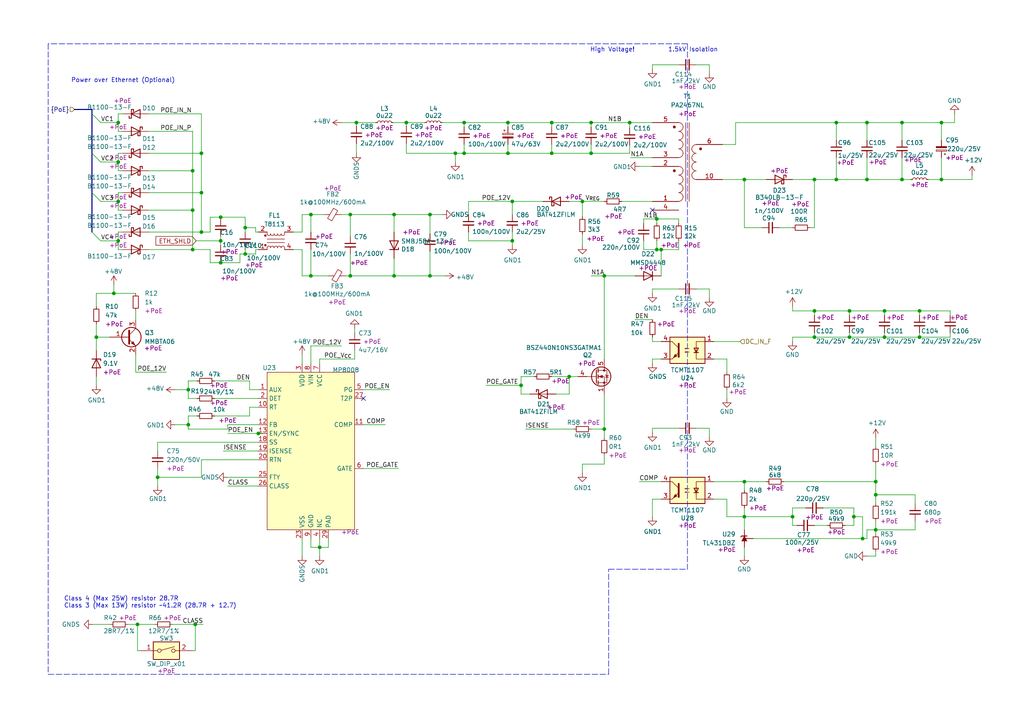
<source format=kicad_sch>
(kicad_sch (version 20211123) (generator eeschema)
  (paper "A4")
  (title_block (title "Power over Ethernet") (date "2022-04-27") (rev "1.2b") (company "Nabu Casa") (comment 1 "www.nabucasa.com") (comment 2 "Yellow"))
  (junction (at 124.714 80.01))
  (junction (at 90.17 80.01))
  (junction (at 117.856 35.56))
  (junction (at 215.9 149.86) (diameter 0.9144))
  (junction (at 254 143.51) (diameter 0.9144))
  (junction (at 39.878 181.102))
  (junction (at 215.9 52.07))
  (junction (at 103.378 35.56))
  (junction (at 64.008 69.85))
  (junction (at 101.6 62.23) (diameter 0.9144))
  (junction (at 256.54 97.79) (diameter 0.9144))
  (junction (at 134.62 44.45) (diameter 0.9144))
  (junction (at 101.6 80.01) (diameter 0.9144))
  (junction (at 147.32 35.56) (diameter 0.9144))
  (junction (at 242.57 52.07))
  (junction (at 124.714 62.23))
  (junction (at 190.5 63.5))
  (junction (at 160.02 44.45) (diameter 0.9144))
  (junction (at 242.57 35.56) (diameter 0.9144))
  (junction (at 34.29 69.85) (diameter 0.9144))
  (junction (at 182.626 35.56))
  (junction (at 246.38 97.79) (diameter 0.9144))
  (junction (at 236.22 52.07))
  (junction (at 175.26 80.01) (diameter 0.9144))
  (junction (at 191.77 72.39))
  (junction (at 45.72 138.43) (diameter 0.9144))
  (junction (at 250.19 156.21))
  (junction (at 34.29 58.42) (diameter 0.9144))
  (junction (at 134.62 35.56))
  (junction (at 168.91 58.42) (diameter 0.9144))
  (junction (at 175.26 124.46) (diameter 0.9144))
  (junction (at 165.1 109.22) (diameter 0.9144))
  (junction (at 55.88 60.96) (diameter 0.9144))
  (junction (at 34.29 35.56) (diameter 0.9144))
  (junction (at 58.42 55.88) (diameter 0.9144))
  (junction (at 58.42 67.31) (diameter 0.9144))
  (junction (at 55.88 49.53) (diameter 0.9144))
  (junction (at 148.59 58.42) (diameter 0.9144))
  (junction (at 246.38 90.17) (diameter 0.9144))
  (junction (at 273.05 52.07))
  (junction (at 54.61 123.19) (diameter 0.9144))
  (junction (at 58.42 44.45) (diameter 0.9144))
  (junction (at 171.45 44.45))
  (junction (at 171.45 35.56) (diameter 0.9144))
  (junction (at 114.3 62.23) (diameter 0.9144))
  (junction (at 64.008 76.2))
  (junction (at 190.5 72.39) (diameter 0.9144))
  (junction (at 266.7 97.79) (diameter 0.9144))
  (junction (at 215.9 139.7) (diameter 0.9144))
  (junction (at 261.62 52.07))
  (junction (at 114.3 80.01) (diameter 0.9144))
  (junction (at 54.61 113.03) (diameter 0.9144))
  (junction (at 160.02 35.56) (diameter 0.9144))
  (junction (at 254 139.7) (diameter 0.9144))
  (junction (at 148.59 69.85) (diameter 0.9144))
  (junction (at 256.54 90.17) (diameter 0.9144))
  (junction (at 55.88 72.39) (diameter 0.9144))
  (junction (at 64.008 62.992))
  (junction (at 254 153.67) (diameter 0.9144))
  (junction (at 56.642 181.102))
  (junction (at 132.08 44.45))
  (junction (at 90.17 62.23))
  (junction (at 71.12 73.66))
  (junction (at 236.22 97.79) (diameter 0.9144))
  (junction (at 147.32 44.45) (diameter 0.9144))
  (junction (at 229.87 149.86) (diameter 0.9144))
  (junction (at 251.46 35.56) (diameter 0.9144))
  (junction (at 33.02 85.09) (diameter 0.9144))
  (junction (at 273.05 35.56) (diameter 0.9144))
  (junction (at 92.71 158.75) (diameter 0.9144))
  (junction (at 34.29 46.99) (diameter 0.9144))
  (junction (at 236.22 90.17) (diameter 0.9144))
  (junction (at 27.94 97.79) (diameter 0.9144))
  (junction (at 151.13 111.76) (diameter 0.9144))
  (junction (at 71.12 66.04))
  (junction (at 251.46 52.07))
  (junction (at 266.7 90.17) (diameter 0.9144))
  (junction (at 261.62 35.56) (diameter 0.9144))
  (junction (at 74.93 125.73))
  (junction (at 247.65 149.86))
  (no_connect (at 189.23 60.96))
  (no_connect (at 105.41 115.57))
  (bus_entry (at 26.67 33.02) (size 2.54 2.54) (stroke (width 0.1524)))
  (bus_entry (at 26.67 67.31) (size 2.54 2.54) (stroke (width 0.1524)))
  (bus_entry (at 26.67 44.45) (size 2.54 2.54) (stroke (width 0.1524)))
  (bus_entry (at 26.67 55.88) (size 2.54 2.54) (stroke (width 0.1524)))
  (wire (pts (xy 246.38 90.17) (xy 246.38 91.44)))
  (wire (pts (xy 229.87 149.86) (xy 229.87 152.4)))
  (polyline (pts (xy 13.97 12.7) (xy 13.97 195.58)) (stroke (width 0) (type dash)))
  (wire (pts (xy 58.928 181.102) (xy 56.642 181.102)))
  (wire (pts (xy 132.08 44.45) (xy 132.08 46.99)))
  (wire (pts (xy 215.9 139.7) (xy 215.9 142.24)))
  (wire (pts (xy 56.642 188.722) (xy 56.642 181.102)))
  (wire (pts (xy 242.57 35.56) (xy 242.57 40.64)))
  (wire (pts (xy 74.168 73.66) (xy 71.12 73.66)))
  (wire (pts (xy 161.29 114.3) (xy 165.1 114.3)))
  (wire (pts (xy 186.69 72.39) (xy 190.5 72.39)))
  (wire (pts (xy 190.5 72.39) (xy 190.5 69.85)))
  (wire (pts (xy 74.168 67.31) (xy 74.168 66.04)))
  (wire (pts (xy 74.93 67.31) (xy 74.168 67.31)))
  (wire (pts (xy 60.96 62.992) (xy 60.96 67.31)))
  (wire (pts (xy 205.74 86.36) (xy 205.74 83.82)))
  (wire (pts (xy 189.23 124.206) (xy 189.23 125.476)))
  (wire (pts (xy 196.85 124.206) (xy 189.23 124.206)))
  (wire (pts (xy 134.62 44.45) (xy 132.08 44.45)))
  (wire (pts (xy 242.57 52.07) (xy 251.46 52.07)))
  (wire (pts (xy 58.42 133.35) (xy 58.42 138.43)))
  (wire (pts (xy 58.42 138.43) (xy 45.72 138.43)))
  (wire (pts (xy 74.93 133.35) (xy 58.42 133.35)))
  (wire (pts (xy 182.626 44.45) (xy 182.626 42.164)))
  (wire (pts (xy 93.98 62.23) (xy 90.17 62.23)))
  (wire (pts (xy 196.85 63.5) (xy 196.85 64.77)))
  (wire (pts (xy 182.626 35.56) (xy 182.626 37.084)))
  (wire (pts (xy 87.63 102.87) (xy 87.63 105.41)))
  (wire (pts (xy 254 127) (xy 254 129.54)))
  (wire (pts (xy 103.378 44.45) (xy 103.378 41.656)))
  (wire (pts (xy 43.18 67.31) (xy 58.42 67.31)))
  (bus (pts (xy 26.67 31.75) (xy 26.67 33.02)))
  (bus (pts (xy 26.67 33.02) (xy 26.67 44.45)))
  (bus (pts (xy 26.67 44.45) (xy 26.67 55.88)))
  (bus (pts (xy 26.67 55.88) (xy 26.67 67.31)))
  (wire (pts (xy 151.13 114.3) (xy 151.13 111.76)))
  (wire (pts (xy 58.42 44.45) (xy 58.42 55.88)))
  (wire (pts (xy 92.71 158.75) (xy 92.71 161.29)))
  (wire (pts (xy 29.21 35.56) (xy 34.29 35.56)))
  (wire (pts (xy 72.39 113.03) (xy 72.39 110.49)))
  (wire (pts (xy 74.93 113.03) (xy 72.39 113.03)))
  (wire (pts (xy 124.714 62.23) (xy 128.27 62.23)))
  (wire (pts (xy 229.87 97.79) (xy 236.22 97.79)))
  (wire (pts (xy 132.08 44.45) (xy 117.856 44.45)))
  (wire (pts (xy 54.61 124.46) (xy 66.04 124.46)))
  (wire (pts (xy 54.61 115.57) (xy 57.15 115.57)))
  (wire (pts (xy 114.3 74.93) (xy 114.3 80.01)))
  (wire (pts (xy 148.59 58.42) (xy 157.48 58.42)))
  (wire (pts (xy 196.85 83.82) (xy 189.23 83.82)))
  (wire (pts (xy 58.42 55.88) (xy 58.42 67.31)))
  (wire (pts (xy 171.45 44.45) (xy 182.626 44.45)))
  (wire (pts (xy 256.54 96.52) (xy 256.54 97.79)))
  (wire (pts (xy 148.59 58.42) (xy 148.59 62.23)))
  (wire (pts (xy 189.23 83.82) (xy 189.23 85.09)))
  (wire (pts (xy 87.63 62.23) (xy 87.63 67.31)))
  (wire (pts (xy 90.17 100.33) (xy 99.06 100.33)))
  (wire (pts (xy 165.1 109.22) (xy 160.02 109.22)))
  (wire (pts (xy 135.89 58.42) (xy 135.89 62.23)))
  (wire (pts (xy 117.856 35.56) (xy 117.856 36.576)))
  (wire (pts (xy 95.25 80.01) (xy 90.17 80.01)))
  (wire (pts (xy 229.87 97.79) (xy 229.87 99.06)))
  (wire (pts (xy 152.4 124.46) (xy 166.37 124.46)))
  (wire (pts (xy 215.9 66.04) (xy 215.9 52.07)))
  (wire (pts (xy 266.7 96.52) (xy 266.7 97.79)))
  (wire (pts (xy 58.42 33.02) (xy 58.42 44.45)))
  (wire (pts (xy 190.5 63.5) (xy 196.85 63.5)))
  (wire (pts (xy 275.59 96.52) (xy 275.59 97.79)))
  (wire (pts (xy 254 160.02) (xy 254 161.29)))
  (wire (pts (xy 254 161.29) (xy 251.46 161.29)))
  (wire (pts (xy 236.22 90.17) (xy 246.38 90.17)))
  (wire (pts (xy 215.9 149.86) (xy 229.87 149.86)))
  (wire (pts (xy 191.77 72.39) (xy 190.5 72.39)))
  (wire (pts (xy 191.77 80.01) (xy 191.77 72.39)))
  (wire (pts (xy 74.93 128.27) (xy 45.72 128.27)))
  (wire (pts (xy 45.72 128.27) (xy 45.72 130.81)))
  (wire (pts (xy 189.23 104.14) (xy 189.23 105.41)))
  (wire (pts (xy 205.74 18.796) (xy 201.93 18.796)))
  (wire (pts (xy 66.04 138.43) (xy 74.93 138.43)))
  (wire (pts (xy 71.12 73.66) (xy 71.12 72.39)))
  (wire (pts (xy 66.04 140.97) (xy 74.93 140.97)))
  (polyline (pts (xy 13.97 195.58) (xy 176.53 195.58)) (stroke (width 0) (type dash)))
  (wire (pts (xy 34.29 44.45) (xy 34.29 46.99)))
  (wire (pts (xy 245.11 152.4) (xy 247.65 152.4)))
  (wire (pts (xy 238.76 147.32) (xy 247.65 147.32)))
  (wire (pts (xy 247.65 149.86) (xy 247.65 147.32)))
  (wire (pts (xy 247.65 152.4) (xy 247.65 149.86)))
  (wire (pts (xy 168.91 58.42) (xy 175.26 58.42)))
  (wire (pts (xy 165.1 58.42) (xy 168.91 58.42)))
  (wire (pts (xy 236.22 90.17) (xy 236.22 91.44)))
  (wire (pts (xy 254 139.7) (xy 254 143.51)))
  (wire (pts (xy 254 134.62) (xy 254 139.7)))
  (wire (pts (xy 254 143.51) (xy 254 146.05)))
  (wire (pts (xy 191.77 104.14) (xy 189.23 104.14)))
  (wire (pts (xy 64.008 68.58) (xy 64.008 69.85)))
  (wire (pts (xy 101.6 62.23) (xy 101.6 68.58)))
  (wire (pts (xy 124.714 62.23) (xy 124.714 67.818)))
  (wire (pts (xy 276.86 35.56) (xy 276.86 33.02)))
  (wire (pts (xy 215.9 158.75) (xy 215.9 161.29)))
  (wire (pts (xy 87.63 62.23) (xy 90.17 62.23)))
  (wire (pts (xy 261.62 45.72) (xy 261.62 52.07)))
  (wire (pts (xy 210.82 113.03) (xy 210.82 115.57)))
  (wire (pts (xy 37.084 181.102) (xy 39.878 181.102)))
  (wire (pts (xy 72.39 120.65) (xy 72.39 118.11)))
  (wire (pts (xy 62.23 120.65) (xy 72.39 120.65)))
  (wire (pts (xy 269.24 52.07) (xy 273.05 52.07)))
  (wire (pts (xy 205.74 21.336) (xy 205.74 18.796)))
  (wire (pts (xy 39.878 181.102) (xy 39.878 188.722)))
  (wire (pts (xy 246.38 90.17) (xy 256.54 90.17)))
  (wire (pts (xy 227.33 139.7) (xy 254 139.7)))
  (wire (pts (xy 114.3 62.23) (xy 124.714 62.23)))
  (wire (pts (xy 55.88 72.39) (xy 60.96 72.39)))
  (wire (pts (xy 50.8 123.19) (xy 54.61 123.19)))
  (wire (pts (xy 185.42 48.26) (xy 189.23 48.26)))
  (wire (pts (xy 266.7 97.79) (xy 275.59 97.79)))
  (wire (pts (xy 56.896 69.85) (xy 64.008 69.85)))
  (polyline (pts (xy 176.53 195.58) (xy 176.53 165.1)) (stroke (width 0) (type dash)))
  (wire (pts (xy 254 153.67) (xy 254 154.94)))
  (wire (pts (xy 254 151.13) (xy 254 153.67)))
  (wire (pts (xy 151.13 111.76) (xy 151.13 109.22)))
  (wire (pts (xy 55.88 60.96) (xy 55.88 72.39)))
  (wire (pts (xy 34.29 60.96) (xy 34.29 58.42)))
  (wire (pts (xy 90.17 72.39) (xy 90.17 80.01)))
  (wire (pts (xy 236.22 52.07) (xy 242.57 52.07)))
  (wire (pts (xy 35.56 38.1) (xy 34.29 38.1)))
  (wire (pts (xy 205.74 124.206) (xy 201.93 124.206)))
  (wire (pts (xy 205.74 126.746) (xy 205.74 124.206)))
  (wire (pts (xy 43.18 49.53) (xy 55.88 49.53)))
  (wire (pts (xy 134.62 41.91) (xy 134.62 44.45)))
  (wire (pts (xy 114.046 35.56) (xy 117.856 35.56)))
  (wire (pts (xy 251.46 52.07) (xy 261.62 52.07)))
  (wire (pts (xy 60.96 62.992) (xy 64.008 62.992)))
  (wire (pts (xy 151.13 109.22) (xy 154.94 109.22)))
  (wire (pts (xy 95.25 158.75) (xy 92.71 158.75)))
  (wire (pts (xy 95.25 156.21) (xy 95.25 158.75)))
  (wire (pts (xy 189.23 144.78) (xy 189.23 149.86)))
  (wire (pts (xy 191.77 144.78) (xy 189.23 144.78)))
  (wire (pts (xy 242.57 35.56) (xy 251.46 35.56)))
  (wire (pts (xy 251.46 35.56) (xy 261.62 35.56)))
  (wire (pts (xy 261.62 35.56) (xy 273.05 35.56)))
  (wire (pts (xy 55.88 49.53) (xy 55.88 60.96)))
  (wire (pts (xy 175.26 132.08) (xy 175.26 134.62)))
  (wire (pts (xy 64.008 62.992) (xy 64.008 63.5)))
  (wire (pts (xy 128.27 35.56) (xy 134.62 35.56)))
  (wire (pts (xy 39.37 102.87) (xy 39.37 107.95)))
  (wire (pts (xy 275.59 90.17) (xy 275.59 91.44)))
  (wire (pts (xy 105.41 113.03) (xy 113.03 113.03)))
  (wire (pts (xy 134.62 35.56) (xy 147.32 35.56)))
  (wire (pts (xy 34.29 72.39) (xy 34.29 69.85)))
  (wire (pts (xy 207.01 99.06) (xy 214.63 99.06)))
  (wire (pts (xy 29.21 69.85) (xy 34.29 69.85)))
  (wire (pts (xy 153.67 114.3) (xy 151.13 114.3)))
  (wire (pts (xy 33.02 82.55) (xy 33.02 85.09)))
  (wire (pts (xy 27.94 97.79) (xy 27.94 101.6)))
  (wire (pts (xy 31.75 97.79) (xy 27.94 97.79)))
  (wire (pts (xy 134.62 35.56) (xy 134.62 36.83)))
  (wire (pts (xy 34.29 67.31) (xy 34.29 69.85)))
  (wire (pts (xy 147.32 35.56) (xy 147.32 36.83)))
  (wire (pts (xy 196.85 18.796) (xy 189.23 18.796)))
  (wire (pts (xy 182.88 45.72) (xy 189.23 45.72)))
  (wire (pts (xy 209.55 41.91) (xy 213.36 41.91)))
  (wire (pts (xy 213.36 41.91) (xy 213.36 35.56)))
  (wire (pts (xy 196.85 69.85) (xy 196.85 72.39)))
  (wire (pts (xy 182.626 35.56) (xy 189.23 35.56)))
  (wire (pts (xy 40.64 188.722) (xy 39.878 188.722)))
  (wire (pts (xy 43.18 55.88) (xy 58.42 55.88)))
  (polyline (pts (xy 199.39 12.7) (xy 199.39 165.1)) (stroke (width 0) (type dash)))
  (wire (pts (xy 250.19 156.21) (xy 251.46 156.21)))
  (wire (pts (xy 218.44 156.21) (xy 250.19 156.21)))
  (wire (pts (xy 99.06 35.56) (xy 103.378 35.56)))
  (wire (pts (xy 160.02 41.91) (xy 160.02 44.45)))
  (wire (pts (xy 229.87 90.17) (xy 229.87 88.9)))
  (wire (pts (xy 101.6 62.23) (xy 114.3 62.23)))
  (wire (pts (xy 58.42 67.31) (xy 60.96 67.31)))
  (polyline (pts (xy 176.53 165.1) (xy 199.39 165.1)) (stroke (width 0) (type dash)))
  (wire (pts (xy 90.17 105.41) (xy 90.17 100.33)))
  (wire (pts (xy 29.21 46.99) (xy 34.29 46.99)))
  (wire (pts (xy 148.59 67.31) (xy 148.59 69.85)))
  (wire (pts (xy 175.26 114.3) (xy 175.26 124.46)))
  (wire (pts (xy 69.596 76.2) (xy 69.596 73.66)))
  (wire (pts (xy 62.23 110.49) (xy 72.39 110.49)))
  (wire (pts (xy 72.39 118.11) (xy 74.93 118.11)))
  (wire (pts (xy 105.41 123.19) (xy 111.76 123.19)))
  (wire (pts (xy 103.378 35.56) (xy 108.966 35.56)))
  (polyline (pts (xy 199.39 12.7) (xy 13.97 12.7)) (stroke (width 0) (type dash)))
  (wire (pts (xy 215.9 149.86) (xy 215.9 153.67)))
  (wire (pts (xy 226.06 66.04) (xy 229.87 66.04)))
  (wire (pts (xy 186.69 69.85) (xy 186.69 72.39)))
  (wire (pts (xy 35.56 55.88) (xy 34.29 55.88)))
  (wire (pts (xy 265.43 153.67) (xy 265.43 151.13)))
  (wire (pts (xy 250.19 149.86) (xy 250.19 156.21)))
  (wire (pts (xy 247.65 149.86) (xy 250.19 149.86)))
  (wire (pts (xy 43.18 33.02) (xy 58.42 33.02)))
  (wire (pts (xy 35.56 33.02) (xy 34.29 33.02)))
  (wire (pts (xy 165.1 114.3) (xy 165.1 109.22)))
  (wire (pts (xy 229.87 52.07) (xy 236.22 52.07)))
  (wire (pts (xy 140.97 111.76) (xy 151.13 111.76)))
  (wire (pts (xy 34.29 49.53) (xy 34.29 46.99)))
  (wire (pts (xy 171.45 35.56) (xy 171.45 36.83)))
  (wire (pts (xy 62.23 115.57) (xy 74.93 115.57)))
  (wire (pts (xy 266.7 90.17) (xy 275.59 90.17)))
  (wire (pts (xy 207.01 104.14) (xy 210.82 104.14)))
  (wire (pts (xy 168.91 134.62) (xy 168.91 137.16)))
  (wire (pts (xy 43.18 44.45) (xy 58.42 44.45)))
  (wire (pts (xy 102.87 104.14) (xy 102.87 101.6)))
  (wire (pts (xy 215.9 147.32) (xy 215.9 149.86)))
  (wire (pts (xy 87.63 80.01) (xy 90.17 80.01)))
  (wire (pts (xy 87.63 156.21) (xy 87.63 161.29)))
  (wire (pts (xy 236.22 96.52) (xy 236.22 97.79)))
  (wire (pts (xy 27.94 109.22) (xy 27.94 111.76)))
  (wire (pts (xy 34.29 55.88) (xy 34.29 58.42)))
  (wire (pts (xy 147.32 35.56) (xy 160.02 35.56)))
  (wire (pts (xy 55.88 188.722) (xy 56.642 188.722)))
  (wire (pts (xy 35.56 49.53) (xy 34.29 49.53)))
  (wire (pts (xy 54.61 120.65) (xy 54.61 123.19)))
  (wire (pts (xy 57.15 120.65) (xy 54.61 120.65)))
  (wire (pts (xy 54.61 123.19) (xy 54.61 124.46)))
  (wire (pts (xy 236.22 66.04) (xy 236.22 52.07)))
  (wire (pts (xy 265.43 143.51) (xy 265.43 146.05)))
  (wire (pts (xy 254 143.51) (xy 265.43 143.51)))
  (wire (pts (xy 124.714 72.898) (xy 124.714 80.01)))
  (wire (pts (xy 220.98 66.04) (xy 215.9 66.04)))
  (wire (pts (xy 85.09 67.31) (xy 87.63 67.31)))
  (wire (pts (xy 171.45 35.56) (xy 182.626 35.56)))
  (wire (pts (xy 43.18 72.39) (xy 55.88 72.39)))
  (wire (pts (xy 87.63 72.39) (xy 87.63 80.01)))
  (wire (pts (xy 135.89 67.31) (xy 135.89 69.85)))
  (wire (pts (xy 134.62 44.45) (xy 147.32 44.45)))
  (wire (pts (xy 39.37 90.17) (xy 39.37 92.71)))
  (wire (pts (xy 105.41 135.89) (xy 115.57 135.89)))
  (wire (pts (xy 124.714 80.01) (xy 129.032 80.01)))
  (wire (pts (xy 101.6 73.66) (xy 101.6 80.01)))
  (wire (pts (xy 74.168 66.04) (xy 71.12 66.04)))
  (wire (pts (xy 101.6 80.01) (xy 114.3 80.01)))
  (wire (pts (xy 114.3 80.01) (xy 124.714 80.01)))
  (wire (pts (xy 100.33 80.01) (xy 101.6 80.01)))
  (wire (pts (xy 205.74 83.82) (xy 201.93 83.82)))
  (wire (pts (xy 66.04 123.19) (xy 74.93 123.19)))
  (wire (pts (xy 66.04 124.46) (xy 66.04 123.19)))
  (wire (pts (xy 71.12 66.04) (xy 71.12 67.31)))
  (wire (pts (xy 29.21 58.42) (xy 34.29 58.42)))
  (wire (pts (xy 207.01 139.7) (xy 215.9 139.7)))
  (wire (pts (xy 215.9 139.7) (xy 222.25 139.7)))
  (wire (pts (xy 168.91 134.62) (xy 175.26 134.62)))
  (wire (pts (xy 43.18 60.96) (xy 55.88 60.96)))
  (wire (pts (xy 117.856 41.656) (xy 117.856 44.45)))
  (wire (pts (xy 34.29 33.02) (xy 34.29 35.56)))
  (wire (pts (xy 251.46 45.72) (xy 251.46 52.07)))
  (wire (pts (xy 168.91 58.42) (xy 168.91 62.865)))
  (wire (pts (xy 175.26 80.01) (xy 175.26 104.14)))
  (wire (pts (xy 26.924 181.102) (xy 32.004 181.102)))
  (wire (pts (xy 56.642 181.102) (xy 50.038 181.102)))
  (wire (pts (xy 35.56 72.39) (xy 34.29 72.39)))
  (wire (pts (xy 273.05 52.07) (xy 281.94 52.07)))
  (wire (pts (xy 273.05 45.72) (xy 273.05 52.07)))
  (wire (pts (xy 60.96 72.39) (xy 60.96 76.2)))
  (wire (pts (xy 74.168 73.66) (xy 74.168 72.39)))
  (wire (pts (xy 74.168 72.39) (xy 74.93 72.39)))
  (wire (pts (xy 54.61 110.49) (xy 57.15 110.49)))
  (wire (pts (xy 76.2 125.73) (xy 74.93 125.73)))
  (wire (pts (xy 45.72 135.89) (xy 45.72 138.43)))
  (wire (pts (xy 234.95 66.04) (xy 236.22 66.04)))
  (wire (pts (xy 210.82 144.78) (xy 210.82 149.86)))
  (wire (pts (xy 210.82 149.86) (xy 215.9 149.86)))
  (wire (pts (xy 207.01 144.78) (xy 210.82 144.78)))
  (wire (pts (xy 27.94 85.09) (xy 27.94 88.9)))
  (wire (pts (xy 33.02 85.09) (xy 27.94 85.09)))
  (wire (pts (xy 39.37 85.09) (xy 33.02 85.09)))
  (wire (pts (xy 256.54 90.17) (xy 266.7 90.17)))
  (wire (pts (xy 117.856 35.56) (xy 123.19 35.56)))
  (wire (pts (xy 246.38 97.79) (xy 256.54 97.79)))
  (wire (pts (xy 185.42 139.7) (xy 191.77 139.7)))
  (wire (pts (xy 160.02 35.56) (xy 160.02 36.83)))
  (wire (pts (xy 213.36 35.56) (xy 242.57 35.56)))
  (wire (pts (xy 64.008 76.2) (xy 69.596 76.2)))
  (wire (pts (xy 175.26 124.46) (xy 175.26 127)))
  (wire (pts (xy 160.02 35.56) (xy 171.45 35.56)))
  (wire (pts (xy 160.02 44.45) (xy 171.45 44.45)))
  (wire (pts (xy 251.46 153.67) (xy 251.46 156.21)))
  (wire (pts (xy 254 153.67) (xy 251.46 153.67)))
  (wire (pts (xy 189.23 99.06) (xy 191.77 99.06)))
  (wire (pts (xy 189.23 97.79) (xy 189.23 99.06)))
  (wire (pts (xy 27.94 93.98) (xy 27.94 97.79)))
  (wire (pts (xy 281.94 52.07) (xy 281.94 50.8)))
  (wire (pts (xy 256.54 90.17) (xy 256.54 91.44)))
  (wire (pts (xy 273.05 35.56) (xy 273.05 40.64)))
  (wire (pts (xy 71.12 62.992) (xy 71.12 66.04)))
  (wire (pts (xy 229.87 152.4) (xy 231.14 152.4)))
  (wire (pts (xy 242.57 45.72) (xy 242.57 52.07)))
  (wire (pts (xy 246.38 96.52) (xy 246.38 97.79)))
  (wire (pts (xy 147.32 41.91) (xy 147.32 44.45)))
  (wire (pts (xy 229.87 147.32) (xy 229.87 149.86)))
  (wire (pts (xy 233.68 147.32) (xy 229.87 147.32)))
  (wire (pts (xy 34.29 38.1) (xy 34.29 35.56)))
  (wire (pts (xy 171.45 80.01) (xy 175.26 80.01)))
  (wire (pts (xy 175.26 80.01) (xy 184.15 80.01)))
  (wire (pts (xy 35.56 67.31) (xy 34.29 67.31)))
  (wire (pts (xy 236.22 97.79) (xy 246.38 97.79)))
  (wire (pts (xy 114.3 67.31) (xy 114.3 62.23)))
  (wire (pts (xy 135.89 58.42) (xy 148.59 58.42)))
  (wire (pts (xy 254 153.67) (xy 265.43 153.67)))
  (wire (pts (xy 90.17 156.21) (xy 90.17 158.75)))
  (wire (pts (xy 90.17 158.75) (xy 92.71 158.75)))
  (wire (pts (xy 92.71 158.75) (xy 92.71 156.21)))
  (wire (pts (xy 60.96 76.2) (xy 64.008 76.2)))
  (wire (pts (xy 236.22 152.4) (xy 240.03 152.4)))
  (wire (pts (xy 168.91 71.12) (xy 168.91 67.945)))
  (wire (pts (xy 171.45 41.91) (xy 171.45 44.45)))
  (wire (pts (xy 50.8 113.03) (xy 54.61 113.03)))
  (wire (pts (xy 64.008 69.85) (xy 64.008 71.12)))
  (wire (pts (xy 229.87 90.17) (xy 236.22 90.17)))
  (wire (pts (xy 55.88 38.1) (xy 55.88 49.53)))
  (wire (pts (xy 184.15 92.71) (xy 189.23 92.71)))
  (bus (pts (xy 21.59 31.75) (xy 26.67 31.75)))
  (wire (pts (xy 210.82 104.14) (xy 210.82 107.95)))
  (wire (pts (xy 209.55 52.07) (xy 215.9 52.07)))
  (wire (pts (xy 135.89 69.85) (xy 148.59 69.85)))
  (wire (pts (xy 103.378 35.56) (xy 103.378 36.576)))
  (wire (pts (xy 35.56 44.45) (xy 34.29 44.45)))
  (wire (pts (xy 266.7 90.17) (xy 266.7 91.44)))
  (wire (pts (xy 189.23 18.796) (xy 189.23 20.066)))
  (wire (pts (xy 39.37 107.95) (xy 48.26 107.95)))
  (wire (pts (xy 273.05 35.56) (xy 276.86 35.56)))
  (wire (pts (xy 92.71 104.14) (xy 102.87 104.14)))
  (wire (pts (xy 92.71 105.41) (xy 92.71 104.14)))
  (wire (pts (xy 99.06 62.23) (xy 101.6 62.23)))
  (wire (pts (xy 171.45 124.46) (xy 175.26 124.46)))
  (wire (pts (xy 54.61 113.03) (xy 54.61 115.57)))
  (wire (pts (xy 54.61 110.49) (xy 54.61 113.03)))
  (wire (pts (xy 256.54 97.79) (xy 266.7 97.79)))
  (wire (pts (xy 90.17 62.23) (xy 90.17 67.31)))
  (wire (pts (xy 35.56 60.96) (xy 34.29 60.96)))
  (wire (pts (xy 39.878 181.102) (xy 44.958 181.102)))
  (wire (pts (xy 165.1 109.22) (xy 167.64 109.22)))
  (wire (pts (xy 148.59 69.85) (xy 148.59 71.12)))
  (wire (pts (xy 64.008 62.992) (xy 71.12 62.992)))
  (wire (pts (xy 251.46 35.56) (xy 251.46 40.64)))
  (wire (pts (xy 261.62 35.56) (xy 261.62 40.64)))
  (wire (pts (xy 196.85 72.39) (xy 191.77 72.39)))
  (wire (pts (xy 147.32 44.45) (xy 160.02 44.45)))
  (wire (pts (xy 69.596 73.66) (xy 71.12 73.66)))
  (wire (pts (xy 45.72 140.97) (xy 45.72 138.43)))
  (wire (pts (xy 261.62 52.07) (xy 264.16 52.07)))
  (wire (pts (xy 85.09 72.39) (xy 87.63 72.39)))
  (wire (pts (xy 215.9 52.07) (xy 222.25 52.07)))
  (wire (pts (xy 64.77 130.81) (xy 74.93 130.81)))
  (wire (pts (xy 66.04 125.73) (xy 74.93 125.73)))
  (wire (pts (xy 43.18 38.1) (xy 55.88 38.1)))
  (wire (pts (xy 190.5 63.5) (xy 186.69 63.5)))
  (wire (pts (xy 190.5 64.77) (xy 190.5 63.5)))
  (wire (pts (xy 186.69 63.5) (xy 186.69 64.77)))
  (wire (pts (xy 102.87 95.25) (xy 102.87 96.52)))
  (wire (pts (xy 180.34 58.42) (xy 189.23 58.42)))
  (text "Class 4 (Max 25W) resistor 28.7R\nClass 3 (Max 13W) resistor ~41.2R (28.7R + 12.7)" (at 18.542 176.53 0) (effects (font (size 1.27 1.27)) (justify left bottom)))
  (text "Power over Ethernet (Optional)" (at 50.8 24.13 180) (effects (font (size 1.27 1.27)) (justify right bottom)))
  (text "High Voltage!" (at 184.15 15.24 180) (effects (font (size 1.27 1.27)) (justify right bottom)))
  (text "1.5kV Isolation" (at 208.28 15.24 180) (effects (font (size 1.27 1.27)) (justify right bottom)))
  (label "POE_IN_P" (at 46.482 38.1 0))
  (label "VC2" (at 33.02 46.99 180))
  (label "VC1" (at 33.02 35.56 180))
  (label "CLASS" (at 66.04 140.97 0))
  (label "POE_12V" (at 99.06 100.33 180))
  (label "POE_GATE" (at 115.57 135.89 180))
  (label "POE_EN" (at 66.04 125.73 0))
  (label "DEN" (at 184.15 92.71 0))
  (label "CLASS" (at 58.928 181.102 180))
  (label "N1B" (at 186.69 63.5 0))
  (label "COMP" (at 185.42 139.7 0))
  (label "COMP" (at 111.76 123.19 180))
  (label "POE_EN" (at 113.03 113.03 180))
  (label "V_{REG}" (at 173.99 58.42 180))
  (label "POE_12V" (at 48.26 107.95 180))
  (label "VC3" (at 33.02 58.42 180))
  (label "N1B" (at 180.34 35.56 180))
  (label "POE_IN_N" (at 46.482 33.02 0))
  (label "DEN" (at 68.58 110.49 0))
  (label "POE_12V" (at 139.7 58.42 0))
  (label "N1A" (at 171.45 80.01 0))
  (label "ISENSE" (at 152.4 124.46 0))
  (label "POE_V_{CC}" (at 93.98 104.14 0))
  (label "POE_GATE" (at 140.97 111.76 0))
  (label "ISENSE" (at 64.77 130.81 0))
  (label "N1A" (at 182.88 45.72 0))
  (label "VC4" (at 33.02 69.85 180))
  (global_label "ETH_SHLD" (shape input) (at 56.896 69.85 180) (property "Intersheet References" "${INTERSHEET_REFS}" (effects hide)))
  (hierarchical_label "{PoE}" (shape input) (at 21.59 31.75 180))
  (hierarchical_label "DC_IN_F" (shape input) (at 214.63 99.06 0))
  (symbol (lib_id "Device:D_Schottky") (at 39.37 67.31 0) (mirror x) (unit 1)
    (property "Reference" "D16" (at 43.18 65.6398 0))
    (property "Value" "B1100-13-F" (at 31.75 65.398 0))
    (property "Footprint" "Diode_SMD:D_SMA" (effects hide))
    (property "Config" "+PoE" (at 34.29 68.58 0))
    (property "Manufacturer" "Diodes Incorporated" (effects hide))
    (property "PartNumber" "B1100-13-F" (effects hide))
  )
  (symbol (lib_id "power:GND1") (at 27.94 111.76 0) (unit 1)
    (property "Reference" "#PWR062" (effects hide))
    (property "Value" "GND1" (at 28.0543 116.0844 0))
  )
  (symbol (lib_id "power:GNDS") (at 87.63 161.29 0) (unit 1)
    (property "Reference" "#PWR070" (effects hide))
    (property "Value" "GNDS" (at 87.63 166.37 90))
  )
  (symbol (lib_id "power:GND") (at 210.82 115.57 0) (unit 1)
    (property "Reference" "#PWR0183" (effects hide))
    (property "Value" "GND" (at 212.8393 119.3801 0) (effects (justify right)))
  )
  (symbol (lib_id "Device:R_Small") (at 232.41 66.04 90) (mirror x) (unit 1)
    (property "Reference" "R65" (at 234.3086 63.7287 90) (effects (justify left)))
    (property "Value" "100R" (at 234.321 61.316 90) (effects (justify left)))
    (property "Footprint" "Resistor_SMD:R_0805_2012Metric" (effects hide))
    (property "Config" "+PoE" (at 232.156 59.182 90))
  )
  (symbol (lib_id "power:GND1") (at 189.23 125.476 0) (unit 1)
    (property "Reference" "#PWR0179" (effects hide))
    (property "Value" "GND1" (at 189.3443 129.8004 0))
  )
  (symbol (lib_id "Device:R_Small") (at 59.69 110.49 90) (unit 1)
    (property "Reference" "R45" (at 57.15 108.585 90))
    (property "Value" "47k" (at 62.23 108.585 90))
    (property "Footprint" "Resistor_SMD:R_0402_1005Metric" (effects hide))
    (property "Config" "+PoE" (at 63.5 111.76 90))
  )
  (symbol (lib_id "Device:C_Small") (at 275.59 93.98 0) (unit 1)
    (property "Reference" "C106" (at 276.0092 96.0056 0) (effects (justify left)))
    (property "Value" "22u/25V" (at 276.009 98.939 0) (effects (justify left)))
    (property "Footprint" "Capacitor_SMD:C_0805_2012Metric" (effects hide))
    (property "Config" "+PoE" (at 278.13 92.075 0))
  )
  (symbol (lib_id "power:GND") (at 251.46 161.29 270) (unit 1)
    (property "Reference" "#PWR0159" (effects hide))
    (property "Value" "GND" (at 248.92 161.29 90) (effects (justify right)))
  )
  (symbol (lib_id "Device:D_Zener") (at 114.3 71.12 270) (mirror x) (unit 1)
    (property "Reference" "D18" (at 116.3321 72.2694 90) (effects (justify left)))
    (property "Value" "SMBJ58A-13-F" (at 116.332 69.971 90) (effects (justify left)))
    (property "Footprint" "Diode_SMD:D_SMB" (effects hide))
    (property "Datasheet" "https://www.diodes.com/assets/Datasheets/ds19002.pdf" (effects hide))
    (property "Config" "+PoE" (at 119.38 67.31 90))
    (property "Manufacturer" "Diodes Incorporated" (effects hide))
    (property "PartNumber" "SMBJ58A-13-F" (effects hide))
  )
  (symbol (lib_id "Device:R_Small") (at 242.57 152.4 270) (unit 1)
    (property "Reference" "R50" (at 242.57 148.59 90))
    (property "Value" "49k9" (at 242.57 150.495 90))
    (property "Footprint" "Resistor_SMD:R_0402_1005Metric" (effects hide))
    (property "Config" "+PoE" (at 242.57 154.305 90))
  )
  (symbol (lib_id "Device:C_Small") (at 160.02 39.37 0) (unit 1)
    (property "Reference" "C87" (at 161.0742 36.9506 0) (effects (justify left)))
    (property "Value" "2u2/100V" (at 161.074 41.789 0) (effects (justify left)))
    (property "Footprint" "Capacitor_SMD:C_1206_3216Metric" (effects hide))
    (property "Config" "+PoE" (at 165.1 39.37 0))
  )
  (symbol (lib_id "Device:R_Small") (at 175.26 129.54 0) (unit 1)
    (property "Reference" "R60" (at 176.53 126.9999 0) (effects (justify left)))
    (property "Value" "0R1" (at 176.53 129.5399 0) (effects (justify left)))
    (property "Footprint" "Resistor_SMD:R_1206_3216Metric" (effects hide))
    (property "Config" "+PoE" (at 176.53 132.0799 0) (effects (justify left)))
    (property "Characteristics" "0.1 Watt" (effects hide))
  )
  (symbol (lib_id "Device:C_Small") (at 199.39 18.796 90) (unit 1)
    (property "Reference" "C114" (at 200.7806 21.5518 90) (effects (justify left)))
    (property "Value" "1nF/2kV" (at 203.079 23.457 90) (effects (justify left)))
    (property "Footprint" "Capacitor_SMD:C_1812_4532Metric" (effects hide))
    (property "Config" "+PoE" (at 199.39 25.146 90))
  )
  (symbol (lib_id "power:GNDS") (at 189.23 105.41 0) (unit 1)
    (property "Reference" "#PWR077" (effects hide))
    (property "Value" "GNDS" (at 190.754 109.22 0))
  )
  (symbol (lib_id "power:GNDS") (at 103.378 44.45 0) (unit 1)
    (property "Reference" "#PWR0212" (effects hide))
    (property "Value" "GNDS" (at 103.378 49.53 90))
  )
  (symbol (lib_id "Device:C_Small") (at 242.57 43.18 0) (unit 1)
    (property "Reference" "C96" (at 242.9892 41.3956 0) (effects (justify left)))
    (property "Value" "1u/25V" (at 242.989 45.091 0) (effects (justify left)))
    (property "Footprint" "Capacitor_SMD:C_0402_1005Metric" (effects hide))
    (property "Config" "+PoE" (at 245.237 47.117 0))
  )
  (symbol (lib_id "Device:R_Small") (at 254 157.48 180) (unit 1)
    (property "Reference" "R53" (at 255.27 154.9399 0) (effects (justify right)))
    (property "Value" "49k9" (at 255.27 157.4799 0) (effects (justify right)))
    (property "Footprint" "Resistor_SMD:R_0402_1005Metric" (effects hide))
    (property "Config" "+PoE" (at 255.27 160.0199 0) (effects (justify right)))
  )
  (symbol (lib_id "power:GND1") (at 168.91 71.12 0) (unit 1)
    (property "Reference" "#PWR0177" (effects hide))
    (property "Value" "GND1" (at 169.0243 75.4444 0))
  )
  (symbol (lib_id "Device:C_Small") (at 45.72 133.35 180) (unit 1)
    (property "Reference" "C75" (at 48.26 130.8099 0) (effects (justify right)))
    (property "Value" "220n/50V" (at 48.26 133.3499 0) (effects (justify right)))
    (property "Footprint" "Capacitor_SMD:C_0805_2012Metric" (effects hide))
    (property "Config" "+PoE" (at 48.26 135.8899 0) (effects (justify right)))
  )
  (symbol (lib_id "power:GND1") (at 92.71 161.29 0) (unit 1)
    (property "Reference" "#PWR0166" (effects hide))
    (property "Value" "GND1" (at 92.8243 165.6144 0))
  )
  (symbol (lib_id "Device:C_Small") (at 103.378 39.116 0) (unit 1)
    (property "Reference" "C88" (at 104.4322 36.6966 0) (effects (justify left)))
    (property "Value" "2u2/100V" (at 104.432 41.535 0) (effects (justify left)))
    (property "Footprint" "Capacitor_SMD:C_1206_3216Metric" (effects hide))
    (property "Config" "+PoE" (at 108.458 39.116 0))
  )
  (symbol (lib_id "Device:C_Small") (at 236.22 93.98 0) (unit 1)
    (property "Reference" "C102" (at 236.6392 96.0056 0) (effects (justify left)))
    (property "Value" "22u/25V" (at 236.639 98.939 0) (effects (justify left)))
    (property "Footprint" "Capacitor_SMD:C_0805_2012Metric" (effects hide))
    (property "Config" "+PoE" (at 239.395 92.075 0))
  )
  (symbol (lib_id "power:GND1") (at 189.23 85.09 0) (unit 1)
    (property "Reference" "#PWR0220" (effects hide))
    (property "Value" "GND1" (at 189.3443 89.4144 0))
  )
  (symbol (lib_id "power:GND1") (at 132.08 46.99 0) (unit 1)
    (property "Reference" "#PWR0173" (effects hide))
    (property "Value" "GND1" (at 132.1943 51.3144 0))
  )
  (symbol (lib_id "Device:R_Small") (at 190.5 67.31 0) (unit 1)
    (property "Reference" "R63" (at 191.9987 66.1606 0) (effects (justify left)))
    (property "Value" "12k" (at 191.999 68.459 0) (effects (justify left)))
    (property "Footprint" "Resistor_SMD:R_1206_3216Metric" (effects hide))
    (property "Config" "+PoE" (at 194.31 71.12 0))
  )
  (symbol (lib_id "Device:C_Small") (at 266.7 93.98 0) (unit 1)
    (property "Reference" "C104" (at 267.1192 96.0056 0) (effects (justify left)))
    (property "Value" "22u/25V" (at 267.119 98.939 0) (effects (justify left)))
    (property "Footprint" "Capacitor_SMD:C_0805_2012Metric" (effects hide))
    (property "Config" "+PoE" (at 269.875 92.075 0))
  )
  (symbol (lib_id "Device:Filter_EMI_LL_1423") (at 80.01 69.85 0) (unit 1)
    (property "Reference" "FL1" (at 79.629 62.484 0))
    (property "Value" "T8113" (at 79.629 65.024 0))
    (property "Footprint" "Yellow:L_CommonModeChoke_Pulse_T811x" (effects hide))
    (property "Datasheet" "https://media.digikey.com/pdf/Data%20Sheets/Pulse%20PDFs/T8112T-T8114T,T8116T.pdf" (effects hide))
  )
  (symbol (lib_id "power:+48V") (at 129.032 80.01 270) (unit 1)
    (property "Reference" "#PWR0165" (effects hide))
    (property "Value" "+48V" (at 132.2071 80.3783 90) (effects (justify left)))
  )
  (symbol (lib_id "Device:D_Schottky") (at 39.37 38.1 0) (mirror y) (unit 1)
    (property "Reference" "D11" (at 43.18 40.2398 0))
    (property "Value" "B1100-13-F" (at 31.75 39.998 0))
    (property "Footprint" "Diode_SMD:D_SMA" (effects hide))
    (property "Config" "+PoE" (at 34.29 36.83 0))
    (property "Manufacturer" "Diodes Incorporated" (effects hide))
    (property "PartNumber" "B1100-13-F" (effects hide))
  )
  (symbol (lib_id "Device:R_Small") (at 157.48 109.22 90) (unit 1)
    (property "Reference" "R57" (at 153.67 107.95 90))
    (property "Value" "5R1" (at 161.29 107.95 90))
    (property "Footprint" "Resistor_SMD:R_0805_2012Metric" (effects hide))
    (property "Config" "+PoE" (at 162.56 110.49 90))
  )
  (symbol (lib_id "Device:L_Small") (at 125.73 35.56 90) (unit 1)
    (property "Reference" "L4" (at 125.73 31.496 90))
    (property "Value" "0u22" (at 125.73 33.528 90))
    (property "Footprint" "Inductor_SMD:L_Taiyo-Yuden_NR-50xx" (effects hide))
    (property "Manufacturer" "Taiyo Yuden" (effects hide))
    (property "PartNumber" "NRS8030T3R3MJGJ" (effects hide))
    (property "Config" "+PoE" (at 125.73 37.084 90))
  )
  (symbol (lib_id "Device:R_Small") (at 47.498 181.102 90) (unit 1)
    (property "Reference" "R66" (at 44.958 179.197 90))
    (property "Value" "12R7/1%" (at 47.498 183.007 90))
    (property "Footprint" "Resistor_SMD:R_0402_1005Metric" (effects hide))
    (property "Config" "+PoE" (at 50.038 179.197 90))
  )
  (symbol (lib_id "power:+48V") (at 99.06 35.56 90) (unit 1)
    (property "Reference" "#PWR0169" (effects hide))
    (property "Value" "+48V" (at 95.8849 35.1917 90) (effects (justify left)))
  )
  (symbol (lib_id "Device:C_Small") (at 265.43 148.59 180) (unit 1)
    (property "Reference" "C80" (at 267.97 146.0499 0) (effects (justify right)))
    (property "Value" "680p" (at 267.97 148.5899 0) (effects (justify right)))
    (property "Footprint" "Capacitor_SMD:C_0402_1005Metric" (effects hide))
    (property "Config" "+PoE" (at 267.97 151.1299 0) (effects (justify right)))
  )
  (symbol (lib_id "Device:C_Small") (at 199.39 124.206 90) (unit 1)
    (property "Reference" "C93" (at 200.7806 126.9618 90) (effects (justify left)))
    (property "Value" "1nF/2kV" (at 203.079 128.867 90) (effects (justify left)))
    (property "Footprint" "Capacitor_SMD:C_1812_4532Metric" (effects hide))
    (property "Config" "+PoE" (at 199.39 130.556 90))
  )
  (symbol (lib_id "power:+48V") (at 87.63 102.87 0) (unit 1)
    (property "Reference" "#PWR0164" (effects hide))
    (property "Value" "+48V" (at 84.8233 99.0599 0) (effects (justify left)))
  )
  (symbol (lib_id "power:+12V") (at 254 127 0) (unit 1)
    (property "Reference" "#PWR0160" (effects hide))
    (property "Value" "+12V" (at 254.3683 122.6756 0))
  )
  (symbol (lib_id "Device:L_Small") (at 266.7 52.07 90) (unit 1)
    (property "Reference" "L5" (at 266.7 48.006 90))
    (property "Value" "0u22" (at 266.7 50.038 90))
    (property "Footprint" "Inductor_SMD:L_Taiyo-Yuden_NR-50xx" (effects hide))
    (property "Manufacturer" "Taiyo Yuden" (effects hide))
    (property "PartNumber" "NRS8030T3R3MJGJ" (effects hide))
    (property "Config" "+PoE" (at 266.7 53.594 90))
  )
  (symbol (lib_id "Device:Ferrite_Bead_Small") (at 96.52 62.23 90) (unit 1)
    (property "Reference" "FB2" (at 96.52 56.318 90))
    (property "Value" "1k@100MHz/600mA" (at 96.52 58.617 90))
    (property "Footprint" "Resistor_SMD:R_0805_2012Metric" (effects hide))
    (property "Config" "+PoE" (at 96.52 54.61 90))
    (property "Manufacturer" "Würth Elektronik" (effects hide))
    (property "PartNumber" "742792031" (effects hide))
  )
  (symbol (lib_id "Switch:SW_DIP_x01") (at 48.26 188.722 0) (unit 1)
    (property "Reference" "SW3" (at 48.26 185.166 0))
    (property "Value" "SW_DIP_x01" (at 48.26 192.532 0))
    (property "Footprint" "Button_Switch_SMD:SW_DIP_SPSTx01_Slide_Copal_CHS-01B_W7.62mm_P1.27mm" (effects hide))
    (property "Config" "+PoE" (at 48.26 194.564 0))
  )
  (symbol (lib_id "Device:R_Small") (at 168.91 65.405 0) (unit 1)
    (property "Reference" "R56" (at 170.4087 64.2556 0) (effects (justify left)))
    (property "Value" "3k3" (at 170.409 66.554 0) (effects (justify left)))
    (property "Footprint" "Resistor_SMD:R_0402_1005Metric" (effects hide))
    (property "Config" "+PoE" (at 172.72 69.215 0))
  )
  (symbol (lib_id "power:+12V") (at 281.94 50.8 0) (unit 1)
    (property "Reference" "#PWR0188" (effects hide))
    (property "Value" "+12V" (at 282.3083 46.4756 0))
  )
  (symbol (lib_id "power:GND") (at 229.87 99.06 0) (unit 1)
    (property "Reference" "#PWR0187" (effects hide))
    (property "Value" "GND" (at 231.8893 102.8701 0) (effects (justify right)))
  )
  (symbol (lib_id "Device:C_Small") (at 102.87 99.06 0) (unit 1)
    (property "Reference" "C73" (at 103.9242 96.6406 0) (effects (justify left)))
    (property "Value" "4u7/16V" (at 103.924 101.479 0) (effects (justify left)))
    (property "Footprint" "Capacitor_SMD:C_0805_2012Metric" (effects hide))
    (property "Config" "+PoE" (at 107.95 99.06 0))
  )
  (symbol (lib_id "power:GND1") (at 102.87 95.25 180) (unit 1)
    (property "Reference" "#PWR0155" (effects hide))
    (property "Value" "GND1" (at 102.7557 90.9256 0))
  )
  (symbol (lib_id "Device:R_Small") (at 168.91 124.46 90) (unit 1)
    (property "Reference" "R58" (at 166.37 122.555 90))
    (property "Value" "4k99" (at 168.91 126.365 90))
    (property "Footprint" "Resistor_SMD:R_0402_1005Metric" (effects hide))
    (property "Config" "+PoE" (at 171.45 122.555 90))
  )
  (symbol (lib_id "Transistor_BJT:MMBTA42") (at 36.83 97.79 0) (unit 1)
    (property "Reference" "Q3" (at 41.91 96.5199 0) (effects (justify left)))
    (property "Value" "MMBTA06" (at 41.91 99.0599 0) (effects (justify left)))
    (property "Footprint" "Package_TO_SOT_SMD:SOT-23" (effects hide))
    (property "Datasheet" "https://www.onsemi.com/pub/Collateral/MMBTA42LT1-D.PDF" (effects hide))
    (property "Config" "+PoE" (at 44.45 100.965 0))
    (property "Manufacturer" "Diodes Incorporated" (effects hide))
    (property "PartNumber" "MMBTA06-7-F" (effects hide))
  )
  (symbol (lib_id "Device:D_Schottky") (at 39.37 72.39 0) (mirror y) (unit 1)
    (property "Reference" "D17" (at 43.18 74.5298 0))
    (property "Value" "B1100-13-F" (at 31.75 74.288 0))
    (property "Footprint" "Diode_SMD:D_SMA" (effects hide))
    (property "Config" "+PoE" (at 34.29 71.12 0))
    (property "Manufacturer" "Diodes Incorporated" (effects hide))
    (property "PartNumber" "B1100-13-F" (effects hide))
  )
  (symbol (lib_id "Device:D_Zener") (at 27.94 105.41 270) (unit 1)
    (property "Reference" "D19" (at 29.845 102.8699 90) (effects (justify left)))
    (property "Value" "9.1V" (at 29.845 105.4099 90) (effects (justify left)))
    (property "Footprint" "Diode_SMD:D_SOD-123" (effects hide))
    (property "Config" "+PoE" (at 29.845 107.9499 90) (effects (justify left)))
    (property "Manufacturer" "Diodes Incorporated" (effects hide))
    (property "PartNumber" "BZT52C9V1-7-F" (effects hide))
  )
  (symbol (lib_id "Device:C_Small") (at 261.62 43.18 0) (unit 1)
    (property "Reference" "C103" (at 262.6742 41.3956 0) (effects (justify left)))
    (property "Value" "22u/25V" (at 262.039 44.964 0) (effects (justify left)))
    (property "Footprint" "Capacitor_SMD:C_0805_2012Metric" (effects hide))
    (property "Config" "+PoE" (at 264.795 46.355 0))
  )
  (symbol (lib_id "Reference_Voltage:TL431DBZ") (at 215.9 156.21 270) (mirror x) (unit 1)
    (property "Reference" "U29" (at 213.36 154.9399 90) (effects (justify right)))
    (property "Value" "TL431DBZ" (at 213.36 157.4799 90) (effects (justify right)))
    (property "Footprint" "Package_TO_SOT_SMD:SOT-23" (effects hide))
    (property "Datasheet" "http://www.ti.com/lit/ds/symlink/tl431.pdf" (effects hide))
    (property "Config" "+PoE" (at 210.82 159.385 90))
    (property "Manufacturer" "Texas Instruments" (effects hide))
    (property "PartNumber" "TL431LIBCDBZR" (effects hide))
  )
  (symbol (lib_id "Device:Ferrite_Bead_Small") (at 97.79 80.01 90) (unit 1)
    (property "Reference" "FB3" (at 97.79 82.988 90))
    (property "Value" "1k@100MHz/600mA" (at 97.79 85.287 90))
    (property "Footprint" "Resistor_SMD:R_0805_2012Metric" (effects hide))
    (property "Config" "+PoE" (at 97.79 87.63 90))
    (property "Manufacturer" "Würth Elektronik" (effects hide))
    (property "PartNumber" "742792031" (effects hide))
  )
  (symbol (lib_id "Device:C_Small") (at 233.68 152.4 90) (unit 1)
    (property "Reference" "C77" (at 235.0706 155.1558 90) (effects (justify left)))
    (property "Value" "100n/25V" (at 237.496 157.315 90) (effects (justify left)))
    (property "Footprint" "Capacitor_SMD:C_0402_1005Metric" (effects hide))
    (property "Config" "+PoE" (at 233.68 159.512 90))
  )
  (symbol (lib_id "Device:R_Small") (at 254 148.59 180) (unit 1)
    (property "Reference" "R52" (at 255.27 146.0499 0) (effects (justify right)))
    (property "Value" "191k" (at 255.27 148.5899 0) (effects (justify right)))
    (property "Footprint" "Resistor_SMD:R_0402_1005Metric" (effects hide))
    (property "Config" "+PoE" (at 255.27 151.1299 0) (effects (justify right)))
  )
  (symbol (lib_id "Device:R_Small") (at 189.23 95.25 180) (unit 1)
    (property "Reference" "R47" (at 182.88 93.9799 0) (effects (justify right)))
    (property "Value" "10k" (at 182.88 96.5199 0) (effects (justify right)))
    (property "Footprint" "Resistor_SMD:R_0402_1005Metric" (effects hide))
    (property "Config" "+PoE" (at 190.5 93.9799 0) (effects (justify right)))
  )
  (symbol (lib_id "power:GND1") (at 45.72 140.97 0) (unit 1)
    (property "Reference" "#PWR079" (effects hide))
    (property "Value" "GND1" (at 45.8343 144.6594 0))
  )
  (symbol (lib_id "power:GND") (at 205.74 21.336 0) (unit 1)
    (property "Reference" "#PWR0199" (effects hide))
    (property "Value" "GND" (at 207.7593 25.1461 0) (effects (justify right)))
  )
  (symbol (lib_id "Device:C_Small") (at 124.714 70.358 0) (unit 1)
    (property "Reference" "C79" (at 125.7682 67.9386 0) (effects (justify left)))
    (property "Value" "100n/100V" (at 125.768 72.777 0) (effects (justify left)))
    (property "Footprint" "Capacitor_SMD:C_0805_2012Metric" (effects hide))
    (property "Config" "+PoE" (at 129.794 70.358 0))
  )
  (symbol (lib_id "Device:C_Small") (at 101.6 71.12 0) (unit 1)
    (property "Reference" "C76" (at 102.6542 68.7006 0) (effects (justify left)))
    (property "Value" "1n/100V" (at 102.654 73.539 0) (effects (justify left)))
    (property "Footprint" "Capacitor_SMD:C_0805_2012Metric" (effects hide))
    (property "Config" "+PoE" (at 104.14 76.2 0))
  )
  (symbol (lib_id "Device:R_Small") (at 254 132.08 180) (unit 1)
    (property "Reference" "R51" (at 255.27 129.5399 0) (effects (justify right)))
    (property "Value" "10R" (at 255.27 132.0799 0) (effects (justify right)))
    (property "Footprint" "Resistor_SMD:R_0402_1005Metric" (effects hide))
    (property "Config" "+PoE" (at 255.27 134.6199 0) (effects (justify right)))
  )
  (symbol (lib_id "Device:D_Schottky") (at 39.37 33.02 0) (mirror x) (unit 1)
    (property "Reference" "D10" (at 43.18 31.3498 0))
    (property "Value" "B1100-13-F" (at 31.75 31.108 0))
    (property "Footprint" "Diode_SMD:D_SMA" (effects hide))
    (property "Config" "+PoE" (at 35.56 29.21 0))
    (property "Manufacturer" "Diodes Incorporated" (effects hide))
    (property "PartNumber" "B1100-13-F" (effects hide))
  )
  (symbol (lib_id "Device:C_Small") (at 199.39 83.82 90) (unit 1)
    (property "Reference" "C115" (at 200.7806 86.5758 90) (effects (justify left)))
    (property "Value" "1nF/2kV" (at 203.079 88.481 90) (effects (justify left)))
    (property "Footprint" "Capacitor_SMD:C_1812_4532Metric" (effects hide))
    (property "Config" "+PoE" (at 199.39 90.17 90))
  )
  (symbol (lib_id "power:GND1") (at 168.91 137.16 0) (unit 1)
    (property "Reference" "#PWR0178" (effects hide))
    (property "Value" "GND1" (at 169.0243 141.4844 0))
  )
  (symbol (lib_id "Device:R_Small") (at 196.85 67.31 0) (unit 1)
    (property "Reference" "R15" (at 198.3487 66.1606 0) (effects (justify left)))
    (property "Value" "12k" (at 198.349 68.459 0) (effects (justify left)))
    (property "Footprint" "Resistor_SMD:R_1206_3216Metric" (effects hide))
    (property "Config" "+PoE" (at 200.66 71.12 0))
  )
  (symbol (lib_id "Device:D_Schottky") (at 161.29 58.42 0) (unit 1)
    (property "Reference" "D20" (at 157.48 60.5598 0))
    (property "Value" "BAT41ZFILM" (at 161.29 62.223 0))
    (property "Footprint" "Diode_SMD:D_SOD-123" (effects hide))
    (property "Config" "+PoE" (at 166.37 57.15 0))
    (property "Manufacturer" "STMicroelectronics" (effects hide))
    (property "PartNumber" "BAT41ZFILM" (effects hide))
  )
  (symbol (lib_id "Device:R_Small") (at 215.9 144.78 180) (unit 1)
    (property "Reference" "R48" (at 217.17 142.2399 0) (effects (justify right)))
    (property "Value" "2k" (at 217.17 144.7799 0) (effects (justify right)))
    (property "Footprint" "Resistor_SMD:R_0402_1005Metric" (effects hide))
    (property "Config" "+PoE" (at 217.17 147.3199 0) (effects (justify right)))
  )
  (symbol (lib_id "Yellow:Transformer_Pulse_PA2476NL") (at 199.39 45.72 0) (unit 1)
    (property "Reference" "T1" (at 199.39 27.94 0))
    (property "Value" "PA2467NL" (at 199.39 30.48 0))
    (property "Footprint" "Yellow:Transformer_Pulse_PA2467NL" (effects hide))
    (property "Datasheet" "https://www.we-online.de/katalog/datasheet/749119550.pdf" (effects hide))
    (property "Manufacturer" "Pulse Electronics" (effects hide))
    (property "PartNumber" "PA2467NL" (effects hide))
    (property "Config" "+PoE" (at 199.39 33.02 0))
  )
  (symbol (lib_id "Device:D_Schottky") (at 39.37 44.45 0) (mirror x) (unit 1)
    (property "Reference" "D12" (at 43.18 42.7798 0))
    (property "Value" "B1100-13-F" (at 31.75 42.538 0))
    (property "Footprint" "Diode_SMD:D_SMA" (effects hide))
    (property "Config" "+PoE" (at 34.29 45.72 0))
    (property "Manufacturer" "Diodes Incorporated" (effects hide))
    (property "PartNumber" "B1100-13-F" (effects hide))
  )
  (symbol (lib_id "Device:D_Schottky") (at 39.37 60.96 0) (mirror y) (unit 1)
    (property "Reference" "D15" (at 43.18 63.0998 0))
    (property "Value" "B1100-13-F" (at 31.75 62.858 0))
    (property "Footprint" "Diode_SMD:D_SMA" (effects hide))
    (property "Config" "+PoE" (at 34.29 59.69 0))
    (property "Manufacturer" "Diodes Incorporated" (effects hide))
    (property "PartNumber" "B1100-13-F" (effects hide))
  )
  (symbol (lib_id "Device:R_Small") (at 210.82 110.49 0) (unit 1)
    (property "Reference" "R64" (at 212.3187 109.3406 0) (effects (justify left)))
    (property "Value" "6k2" (at 212.319 111.639 0) (effects (justify left)))
    (property "Footprint" "Resistor_SMD:R_0805_2012Metric" (effects hide))
    (property "Config" "+PoE" (at 213.995 113.665 0))
  )
  (symbol (lib_id "Transistor_FET:BSC440N10NS3G") (at 172.72 109.22 0) (unit 1)
    (property "Reference" "Q2" (at 169.0371 102.9906 0) (effects (justify left)))
    (property "Value" "BSZ440N10NS3GATMA1" (at 152.5271 100.8443 0) (effects (justify left)))
    (property "Footprint" "Yellow:PG-TSDSON-8" (effects hide))
    (property "Datasheet" "https://www.infineon.com/dgdl/Infineon-BSZ440N10NS3%20G-DS-v02_01-EN.pdf?fileId=db3a304320896aa20120c32dbf312354" (effects hide))
    (property "Config" "+PoE" (at 170.18 105.41 0))
    (property "Manufacturer" "Infineon Technologies" (effects hide))
    (property "PartNumber" "BSZ440N10NS3GATMA1" (effects hide))
  )
  (symbol (lib_id "power:GND1") (at 189.23 149.86 0) (unit 1)
    (property "Reference" "#PWR0157" (effects hide))
    (property "Value" "GND1" (at 189.3443 154.1844 0))
  )
  (symbol (lib_id "Device:C_Small") (at 186.69 67.31 180) (unit 1)
    (property "Reference" "C92" (at 185.6358 69.7294 0) (effects (justify left)))
    (property "Value" "220n/100V" (at 185.636 71.749 0) (effects (justify left)))
    (property "Footprint" "Capacitor_SMD:C_0805_2012Metric" (effects hide))
    (property "Config" "+PoE" (at 181.61 67.31 0))
  )
  (symbol (lib_id "Device:C_Small") (at 182.626 39.624 0) (unit 1)
    (property "Reference" "C116" (at 183.6802 37.2046 0) (effects (justify left)))
    (property "Value" "2u2/100V" (at 183.68 42.043 0) (effects (justify left)))
    (property "Footprint" "Capacitor_SMD:C_1206_3216Metric" (effects hide))
    (property "Config" "+PoE" (at 187.706 39.624 0))
  )
  (symbol (lib_id "Device:R_Small") (at 27.94 91.44 0) (unit 1)
    (property "Reference" "R10" (at 30.48 88.8999 0) (effects (justify left)))
    (property "Value" "47k" (at 30.48 91.4399 0) (effects (justify left)))
    (property "Footprint" "Resistor_SMD:R_0402_1005Metric" (effects hide))
    (property "Config" "+PoE" (at 30.48 93.9799 0) (effects (justify left)))
  )
  (symbol (lib_id "power:GNDS") (at 26.924 181.102 270) (unit 1)
    (property "Reference" "#PWR040" (effects hide))
    (property "Value" "GNDS" (at 20.574 181.102 90))
  )
  (symbol (lib_id "Device:R_Small") (at 59.69 115.57 90) (unit 1)
    (property "Reference" "R19" (at 59.1756 113.4363 90) (effects (justify left)))
    (property "Value" "24k9/1%" (at 67.945 113.665 90) (effects (justify left)))
    (property "Footprint" "Resistor_SMD:R_0402_1005Metric" (effects hide))
    (property "Config" "+PoE" (at 63.5 116.84 90))
  )
  (symbol (lib_id "Device:D_Schottky") (at 39.37 49.53 0) (mirror y) (unit 1)
    (property "Reference" "D13" (at 43.18 51.6698 0))
    (property "Value" "B1100-13-F" (at 31.75 51.428 0))
    (property "Footprint" "Diode_SMD:D_SMA" (effects hide))
    (property "Config" "+PoE" (at 34.29 48.26 0))
    (property "Manufacturer" "Diodes Incorporated" (effects hide))
    (property "PartNumber" "B1100-13-F" (effects hide))
  )
  (symbol (lib_id "power:GND1") (at 185.42 48.26 270) (unit 1)
    (property "Reference" "#PWR0156" (effects hide))
    (property "Value" "GND1" (at 180.4606 48.3743 90))
  )
  (symbol (lib_id "power:GND") (at 205.74 86.36 0) (unit 1)
    (property "Reference" "#PWR0219" (effects hide))
    (property "Value" "GND" (at 207.7593 90.1701 0) (effects (justify right)))
  )
  (symbol (lib_id "Device:R_Small") (at 39.37 87.63 0) (unit 1)
    (property "Reference" "R12" (at 41.91 85.0899 0) (effects (justify left)))
    (property "Value" "1k" (at 41.91 87.6299 0) (effects (justify left)))
    (property "Footprint" "Resistor_SMD:R_0402_1005Metric" (effects hide))
    (property "Config" "+PoE" (at 41.91 90.1699 0) (effects (justify left)))
  )
  (symbol (lib_id "Device:C_Small") (at 148.59 64.77 0) (unit 1)
    (property "Reference" "C86" (at 149.6442 62.3506 0) (effects (justify left)))
    (property "Value" "2u2/25V" (at 149.644 67.189 0) (effects (justify left)))
    (property "Footprint" "Capacitor_SMD:C_0805_2012Metric" (effects hide))
    (property "Config" "+PoE" (at 153.67 64.77 0))
  )
  (symbol (lib_id "power:GND1") (at 148.59 71.12 0) (unit 1)
    (property "Reference" "#PWR0175" (effects hide))
    (property "Value" "GND1" (at 148.7043 75.4444 0))
  )
  (symbol (lib_id "Device:C_Small") (at 134.62 39.37 0) (unit 1)
    (property "Reference" "C82" (at 135.6742 36.9506 0) (effects (justify left)))
    (property "Value" "100n/100V" (at 135.674 41.789 0) (effects (justify left)))
    (property "Footprint" "Capacitor_SMD:C_0805_2012Metric" (effects hide))
    (property "Config" "+PoE" (at 139.7 39.37 0))
  )
  (symbol (lib_id "Device:R_Small") (at 59.69 120.65 90) (unit 1)
    (property "Reference" "R46" (at 58.42 118.745 90) (effects (justify left)))
    (property "Value" "10k" (at 65.405 118.745 90) (effects (justify left)))
    (property "Footprint" "Resistor_SMD:R_0402_1005Metric" (effects hide))
    (property "Config" "+PoE" (at 66.04 121.92 90))
  )
  (symbol (lib_id "Isolator:TCMT1107") (at 199.39 142.24 0) (mirror y) (unit 1)
    (property "Reference" "U28" (at 199.39 150.2602 0))
    (property "Value" "TCMT1107" (at 199.39 147.9615 0))
    (property "Footprint" "Package_SO:SOP-4_4.4x2.6mm_P1.27mm" (effects hide))
    (property "Datasheet" "http://www.vishay.com/docs/83510/tcmt1100.pdf" (effects hide))
    (property "Config" "+PoE" (at 199.39 152.4 0))
    (property "Manufacturer" "Vishay Semiconductor Opto Division" (effects hide))
    (property "PartNumber" "TCMT1107" (effects hide))
  )
  (symbol (lib_id "Yellow:MP8008") (at 90.17 130.81 0) (unit 1)
    (property "Reference" "U23" (at 78.105 106.68 0))
    (property "Value" "MP8008" (at 100.33 107.315 0))
    (property "Footprint" "Package_DFN_QFN:QFN-28-1EP_4x5mm_P0.5mm_EP2.65x3.65mm_ThermalVias" (effects hide))
    (property "Datasheet" "https://www.monolithicpower.com/en/documentview/productdocument/index/version/2/document_type/Datasheet/lang/en/sku/MP8008/document_id/1894/" (effects hide))
    (property "Config" "+PoE" (at 101.6 154.305 0))
    (property "Manufacturer" "Monolithic Power Systems" (effects hide))
    (property "PartNumber" "MP8008GV-Z" (effects hide))
  )
  (symbol (lib_id "power:GND") (at 215.9 161.29 0) (unit 1)
    (property "Reference" "#PWR0158" (effects hide))
    (property "Value" "GND" (at 217.9193 165.1001 0) (effects (justify right)))
  )
  (symbol (lib_id "Diode:MMSD914") (at 187.96 80.01 180) (unit 1)
    (property "Reference" "D22" (at 187.96 73.66 0))
    (property "Value" "MMSD4448" (at 187.96 76.2 0))
    (property "Footprint" "Diode_SMD:D_SOD-123" (effects hide))
    (property "Datasheet" "https://eu.mouser.com/datasheet/2/308/1/MMSD4448_D-2315957.pdf" (effects hide))
    (property "Config" "+POE" (at 187.96 77.724 0))
  )
  (symbol (lib_id "Device:C_Small") (at 117.856 39.116 0) (unit 1)
    (property "Reference" "C89" (at 118.9102 36.6966 0) (effects (justify left)))
    (property "Value" "2u2/100V" (at 118.91 41.535 0) (effects (justify left)))
    (property "Footprint" "Capacitor_SMD:C_1206_3216Metric" (effects hide))
    (property "Config" "+PoE" (at 122.936 39.116 0))
  )
  (symbol (lib_id "Device:L_Small") (at 111.506 35.56 90) (unit 1)
    (property "Reference" "L3" (at 111.506 31.496 90))
    (property "Value" "0u22" (at 111.506 33.528 90))
    (property "Footprint" "Inductor_SMD:L_Taiyo-Yuden_NR-50xx" (effects hide))
    (property "Manufacturer" "Taiyo Yuden" (effects hide))
    (property "PartNumber" "NRS8030T3R3MJGJ" (effects hide))
    (property "Config" "+PoE" (at 111.506 37.084 90))
  )
  (symbol (lib_id "Device:C_Small") (at 71.12 69.85 0) (unit 1)
    (property "Reference" "C110" (at 70.9042 71.2406 0) (effects (justify left)))
    (property "Value" "10n/100V" (at 71.539 74.809 0) (effects (justify left)))
    (property "Footprint" "Capacitor_SMD:C_0805_2012Metric" (effects hide))
    (property "Config" "+PoE" (at 73.66 76.835 0))
  )
  (symbol (lib_id "power:GNDS") (at 66.04 138.43 270) (unit 1)
    (property "Reference" "#PWR0154" (effects hide))
    (property "Value" "GNDS" (at 60.96 138.43 90))
  )
  (symbol (lib_id "power:+48V") (at 50.8 113.03 90) (unit 1)
    (property "Reference" "#PWR080" (effects hide))
    (property "Value" "+48V" (at 47.6249 112.6617 90) (effects (justify left)))
  )
  (symbol (lib_id "Device:R_Small") (at 34.544 181.102 90) (unit 1)
    (property "Reference" "R42" (at 32.004 179.197 90))
    (property "Value" "28R7/1%" (at 34.544 183.007 90))
    (property "Footprint" "Resistor_SMD:R_0402_1005Metric" (effects hide))
    (property "Config" "+PoE" (at 37.084 179.197 90))
  )
  (symbol (lib_id "Device:C_Small") (at 64.008 73.66 0) (unit 1)
    (property "Reference" "C83" (at 63.7922 75.0506 0) (effects (justify left)))
    (property "Value" "10n/100V" (at 64.427 78.619 0) (effects (justify left)))
    (property "Footprint" "Capacitor_SMD:C_0805_2012Metric" (effects hide))
    (property "Config" "+PoE" (at 66.548 80.645 0))
  )
  (symbol (lib_id "Device:CP_Small") (at 147.32 39.37 0) (unit 1)
    (property "Reference" "C85" (at 148.2091 36.9506 0) (effects (justify left)))
    (property "Value" "47u/63V" (at 148.209 41.789 0) (effects (justify left)))
    (property "Footprint" "Capacitor_SMD:C_Elec_8x10.2" (effects hide))
    (property "Config" "+PoE" (at 152.4 39.37 0))
    (property "Manufacturer" "Nichicon" (effects hide))
    (property "PartNumber" "UCD1K470MNL1GS" (effects hide))
  )
  (symbol (lib_id "Device:C_Small") (at 135.89 64.77 0) (unit 1)
    (property "Reference" "C84" (at 136.9442 62.3506 0) (effects (justify left)))
    (property "Value" "100n/100V" (at 136.944 67.189 0) (effects (justify left)))
    (property "Footprint" "Capacitor_SMD:C_0805_2012Metric" (effects hide))
    (property "Config" "+PoE" (at 140.97 64.77 0))
  )
  (symbol (lib_id "Device:R_Small") (at 224.79 139.7 270) (unit 1)
    (property "Reference" "R49" (at 224.79 135.89 90))
    (property "Value" "6k8" (at 224.79 137.795 90))
    (property "Footprint" "Resistor_SMD:R_0402_1005Metric" (effects hide))
    (property "Config" "+PoE" (at 224.79 141.605 90))
  )
  (symbol (lib_id "Device:R_Small") (at 177.8 58.42 90) (unit 1)
    (property "Reference" "R59" (at 179.8256 56.6673 90) (effects (justify left)))
    (property "Value" "4R7" (at 181.743 60.731 90) (effects (justify left)))
    (property "Footprint" "Resistor_SMD:R_0805_2012Metric" (effects hide))
    (property "Config" "+PoE" (at 177.927 62.738 90))
  )
  (symbol (lib_id "Device:C_Small") (at 223.52 66.04 90) (mirror x) (unit 1)
    (property "Reference" "C94" (at 224.9106 63.2842 90) (effects (justify left)))
    (property "Value" "1n/100V" (at 227.336 61.125 90) (effects (justify left)))
    (property "Footprint" "Capacitor_SMD:C_0805_2012Metric" (effects hide))
    (property "Config" "+PoE" (at 223.52 58.928 90))
  )
  (symbol (lib_id "power:+12V") (at 229.87 88.9 0) (unit 1)
    (property "Reference" "#PWR0186" (effects hide))
    (property "Value" "+12V" (at 230.2383 84.5756 0))
  )
  (symbol (lib_id "power:GNDS") (at 128.27 62.23 90) (unit 1)
    (property "Reference" "#PWR073" (effects hide))
    (property "Value" "GNDS" (at 133.35 62.23 90))
  )
  (symbol (lib_id "Device:C_Small") (at 251.46 43.18 0) (unit 1)
    (property "Reference" "C105" (at 251.8792 41.3956 0) (effects (justify left)))
    (property "Value" "22u/25V" (at 251.879 44.964 0) (effects (justify left)))
    (property "Footprint" "Capacitor_SMD:C_0805_2012Metric" (effects hide))
    (property "Config" "+PoE" (at 254.635 46.99 0))
  )
  (symbol (lib_id "power:GND") (at 276.86 33.02 0) (mirror x) (unit 1)
    (property "Reference" "#PWR0189" (effects hide))
    (property "Value" "GND" (at 278.8793 29.2099 0) (effects (justify right)))
  )
  (symbol (lib_id "Device:C_Small") (at 90.17 69.85 0) (mirror y) (unit 1)
    (property "Reference" "C74" (at 95.25 71.12 0) (effects (justify left)))
    (property "Value" "10n/100V" (at 100.33 73.66 0) (effects (justify left)))
    (property "Footprint" "Capacitor_SMD:C_0805_2012Metric" (effects hide))
    (property "Config" "+PoE" (at 93.98 68.58 0))
  )
  (symbol (lib_id "power:GND") (at 205.74 126.746 0) (unit 1)
    (property "Reference" "#PWR0182" (effects hide))
    (property "Value" "GND" (at 207.7593 130.5561 0) (effects (justify right)))
  )
  (symbol (lib_id "Device:C_Small") (at 256.54 93.98 0) (unit 1)
    (property "Reference" "C101" (at 256.9592 96.0056 0) (effects (justify left)))
    (property "Value" "22u/25V" (at 256.959 98.939 0) (effects (justify left)))
    (property "Footprint" "Capacitor_SMD:C_0805_2012Metric" (effects hide))
    (property "Config" "+PoE" (at 259.715 92.075 0))
  )
  (symbol (lib_id "Device:D_Schottky") (at 39.37 55.88 0) (mirror x) (unit 1)
    (property "Reference" "D14" (at 43.18 54.2098 0))
    (property "Value" "B1100-13-F" (at 31.75 53.968 0))
    (property "Footprint" "Diode_SMD:D_SMA" (effects hide))
    (property "Config" "+PoE" (at 34.29 57.15 0))
    (property "Manufacturer" "Diodes Incorporated" (effects hide))
    (property "PartNumber" "B1100-13-F" (effects hide))
  )
  (symbol (lib_id "Device:C_Small") (at 171.45 39.37 0) (unit 1)
    (property "Reference" "C91" (at 172.5042 36.9506 0) (effects (justify left)))
    (property "Value" "2u2/100V" (at 172.504 41.789 0) (effects (justify left)))
    (property "Footprint" "Capacitor_SMD:C_1206_3216Metric" (effects hide))
    (property "Config" "+PoE" (at 176.53 39.37 0))
  )
  (symbol (lib_id "power:+48V") (at 33.02 82.55 0) (unit 1)
    (property "Reference" "#PWR078" (effects hide))
    (property "Value" "+48V" (at 30.2133 78.7399 0) (effects (justify left)))
  )
  (symbol (lib_id "Device:CP_Small") (at 273.05 43.18 180) (unit 1)
    (property "Reference" "C95" (at 278.13 40.64 0) (effects (justify left)))
    (property "Value" "220u/25V" (at 284.48 43.18 0) (effects (justify left)))
    (property "Footprint" "Capacitor_Tantalum_SMD:CP_EIA-7343-31_Kemet-D" (effects hide))
    (property "Config" "+PoE" (at 276.86 45.72 0))
    (property "Manufacturer" "KEMET" (effects hide))
    (property "PartNumber" "T491X107K025AT" (effects hide))
  )
  (symbol (lib_id "power:GND1") (at 189.23 20.066 0) (unit 1)
    (property "Reference" "#PWR0210" (effects hide))
    (property "Value" "GND1" (at 189.3443 24.3904 0))
  )
  (symbol (lib_id "Device:D_Schottky") (at 226.06 52.07 0) (mirror y) (unit 1)
    (property "Reference" "D23" (at 226.06 55.2258 0))
    (property "Value" "B340LB-13-F" (at 226.06 57.27 0))
    (property "Footprint" "Diode_SMD:D_SMB" (effects hide))
    (property "Config" "+PoE" (at 226.06 49.53 0))
    (property "Manufacturer" "Diodes Incorporated" (effects hide))
    (property "PartNumber" "B340LB-13-F" (effects hide))
  )
  (symbol (lib_id "power:GND1") (at 50.8 123.19 270) (unit 1)
    (property "Reference" "#PWR082" (effects hide))
    (property "Value" "GND1" (at 45.2056 123.3043 90))
  )
  (symbol (lib_id "Device:C_Small") (at 64.008 66.04 0) (unit 1)
    (property "Reference" "C16" (at 63.7922 67.4306 0) (effects (justify left)))
    (property "Value" "10n/100V" (at 64.427 70.999 0) (effects (justify left)))
    (property "Footprint" "Capacitor_SMD:C_0805_2012Metric" (effects hide))
    (property "Config" "+PoE" (at 66.548 73.025 0))
  )
  (symbol (lib_id "Isolator:TCMT1107") (at 199.39 101.6 0) (mirror y) (unit 1)
    (property "Reference" "U24" (at 199.39 109.6202 0))
    (property "Value" "TCMT1107" (at 199.39 107.3215 0))
    (property "Footprint" "Package_SO:SOP-4_4.4x2.6mm_P1.27mm" (effects hide))
    (property "Datasheet" "http://www.vishay.com/docs/83510/tcmt1100.pdf" (effects hide))
    (property "Config" "+PoE" (at 199.39 111.76 0))
    (property "Manufacturer" "Vishay Semiconductor Opto Division" (effects hide))
    (property "PartNumber" "TCMT1107" (effects hide))
  )
  (symbol (lib_id "Device:C_Small") (at 246.38 93.98 0) (unit 1)
    (property "Reference" "C99" (at 246.7992 96.0056 0) (effects (justify left)))
    (property "Value" "22u/25V" (at 246.799 98.939 0) (effects (justify left)))
    (property "Footprint" "Capacitor_SMD:C_0805_2012Metric" (effects hide))
    (property "Config" "+PoE" (at 249.555 92.075 0))
  )
  (symbol (lib_id "Device:C_Small") (at 236.22 147.32 90) (unit 1)
    (property "Reference" "C78" (at 237.6106 141.8208 90) (effects (justify left)))
    (property "Value" "220p/25V" (at 240.671 144.615 90) (effects (justify left)))
    (property "Footprint" "Capacitor_SMD:C_0402_1005Metric" (effects hide))
    (property "Config" "+PoE" (at 236.22 149.987 90))
  )
  (symbol (lib_id "Device:D_Schottky") (at 157.48 114.3 0) (unit 1)
    (property "Reference" "D21" (at 157.734 117.2018 0))
    (property "Value" "BAT41ZFILM" (at 156.21 119.38 0))
    (property "Footprint" "Diode_SMD:D_SOD-123" (effects hide))
    (property "Config" "+PoE" (at 161.29 118.11 0))
    (property "Manufacturer" "STMicroelectronics" (effects hide))
    (property "PartNumber" "BAT41ZFILM" (effects hide))
  )
)
</source>
